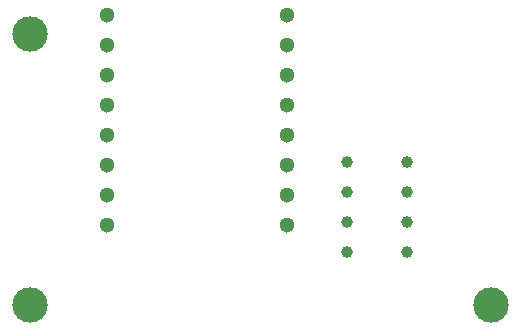
<source format=gbr>
%TF.GenerationSoftware,Altium Limited,Altium Designer,24.8.2 (39)*%
G04 Layer_Color=0*
%FSLAX45Y45*%
%MOMM*%
%TF.SameCoordinates,AEF890BE-CC7D-4D31-97F1-A5BAF979AF91*%
%TF.FilePolarity,Positive*%
%TF.FileFunction,Plated,1,2,PTH,Drill*%
%TF.Part,Single*%
G01*
G75*
%TA.AperFunction,OtherDrill,Pad Free-57 (162mm,92mm)*%
%ADD25C,3.00000*%
%TA.AperFunction,OtherDrill,Pad Free-56 (123mm,92mm)*%
%ADD26C,3.00000*%
%TA.AperFunction,OtherDrill,Pad Free-55 (123mm,115mm)*%
%ADD27C,3.00000*%
%TA.AperFunction,ComponentDrill*%
%ADD28C,1.00000*%
%ADD29C,1.30000*%
D25*
X16200000Y9200000D02*
D03*
D26*
X12300000D02*
D03*
D27*
Y11500000D02*
D03*
D28*
X15494000Y9652000D02*
D03*
Y9906000D02*
D03*
Y10160000D02*
D03*
Y10414000D02*
D03*
X14986000Y9652000D02*
D03*
Y9906000D02*
D03*
Y10160000D02*
D03*
Y10414000D02*
D03*
D29*
X12953999Y11658000D02*
D03*
Y11404000D02*
D03*
Y11150000D02*
D03*
Y10896000D02*
D03*
Y10642000D02*
D03*
Y10388000D02*
D03*
Y10134000D02*
D03*
Y9880000D02*
D03*
X14478000D02*
D03*
Y10134000D02*
D03*
Y10388000D02*
D03*
Y10642000D02*
D03*
Y10896000D02*
D03*
Y11150000D02*
D03*
Y11404000D02*
D03*
Y11658000D02*
D03*
%TF.MD5,707f618c0a5ee4190ee6f314bb6e7aa8*%
M02*

</source>
